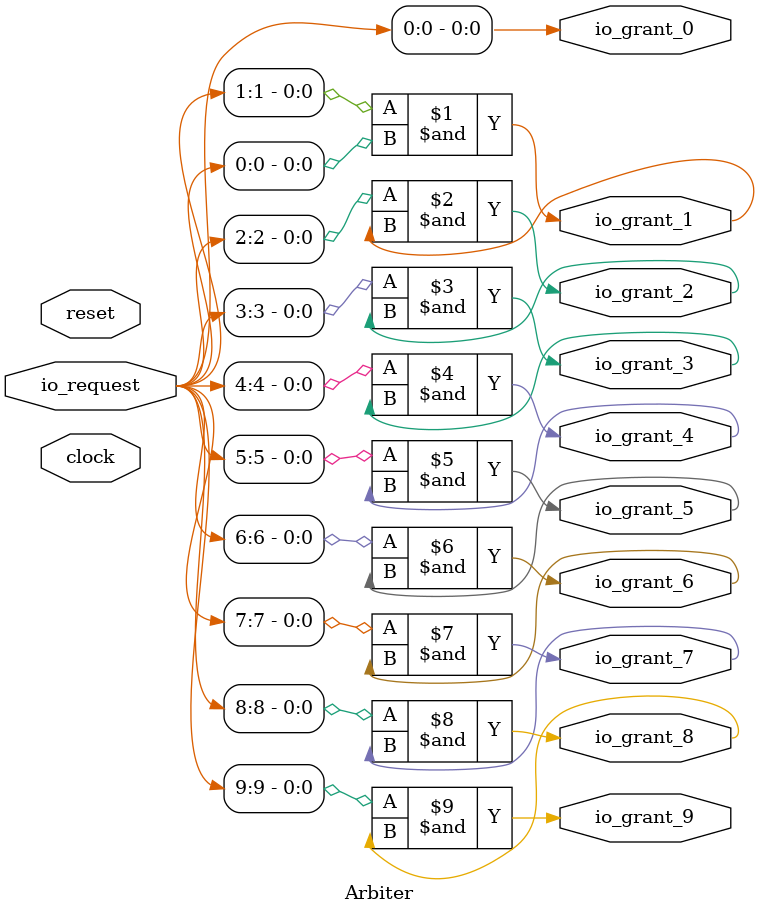
<source format=v>
module Arbiter(
  input        clock,
  input        reset,
  input  [9:0] io_request,
  output       io_grant_0,
  output       io_grant_1,
  output       io_grant_2,
  output       io_grant_3,
  output       io_grant_4,
  output       io_grant_5,
  output       io_grant_6,
  output       io_grant_7,
  output       io_grant_8,
  output       io_grant_9
);
  assign io_grant_0 = io_request[0]; // @[Arbiter.scala 11:30]
  assign io_grant_1 = io_request[1] & io_grant_0; // @[Arbiter.scala 14:38]
  assign io_grant_2 = io_request[2] & io_grant_1; // @[Arbiter.scala 14:38]
  assign io_grant_3 = io_request[3] & io_grant_2; // @[Arbiter.scala 14:38]
  assign io_grant_4 = io_request[4] & io_grant_3; // @[Arbiter.scala 14:38]
  assign io_grant_5 = io_request[5] & io_grant_4; // @[Arbiter.scala 14:38]
  assign io_grant_6 = io_request[6] & io_grant_5; // @[Arbiter.scala 14:38]
  assign io_grant_7 = io_request[7] & io_grant_6; // @[Arbiter.scala 14:38]
  assign io_grant_8 = io_request[8] & io_grant_7; // @[Arbiter.scala 14:38]
  assign io_grant_9 = io_request[9] & io_grant_8; // @[Arbiter.scala 14:38]
endmodule

</source>
